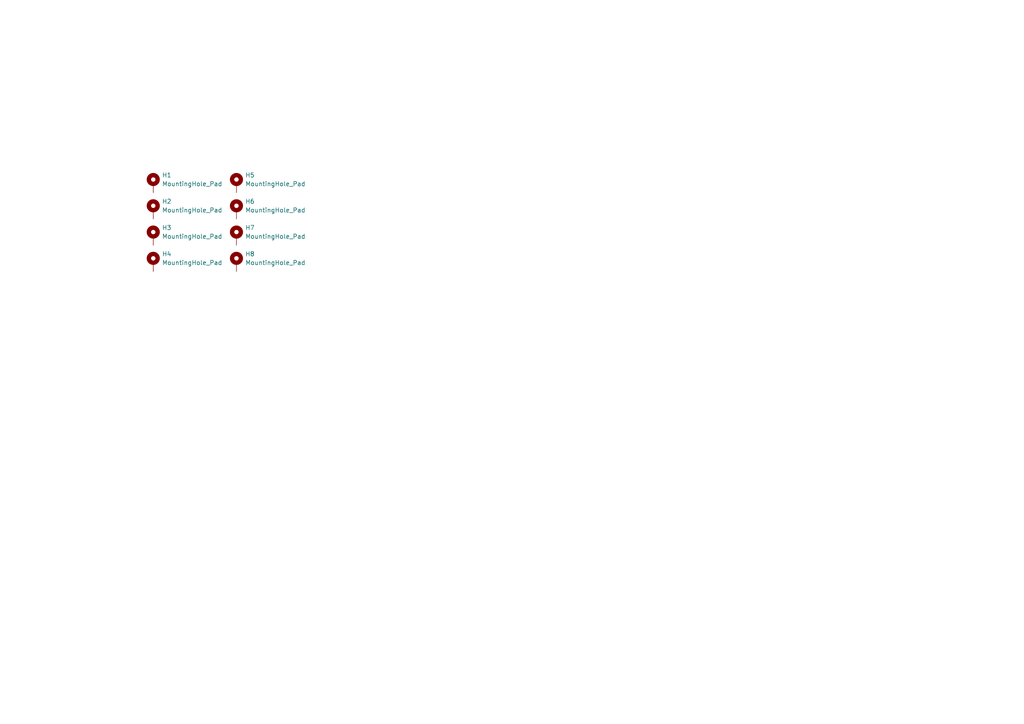
<source format=kicad_sch>
(kicad_sch (version 20211123) (generator eeschema)
  (paper "A4")
  (lib_symbols
    (symbol "Mechanical:MountingHole_Pad" (pin_numbers hide) (pin_names (offset 1.016) hide)
      (property "Reference" "H" (at 0 6.35 0))
      (property "Value" "MountingHole_Pad" (at 0 4.445 0))
      (symbol "MountingHole_Pad_0_1"
        (circle (center 0 1.27) (radius 1.27) (stroke (width 1.27)))
      )
      (symbol "MountingHole_Pad_1_1"
        (pin input line (at 0 -2.54 90) (length 2.54) (name "1") (number "1"))
      )
    )
  )
  (symbol (lib_id "Mechanical:MountingHole_Pad") (at 44.45 60.96 0) (unit 1)
    (property "Reference" "H2" (at 46.99 58.4199 0) (effects (justify left)))
    (property "Value" "MountingHole_Pad" (at 46.99 60.9599 0) (effects (justify left)))
    (property "Footprint" "MountingHole:MountingHole_3.2mm_M3_Pad_TopBottom" (effects hide))
  )
  (symbol (lib_id "Mechanical:MountingHole_Pad") (at 68.58 53.34 0) (unit 1)
    (property "Reference" "H5" (at 71.12 50.7999 0) (effects (justify left)))
    (property "Value" "MountingHole_Pad" (at 71.12 53.3399 0) (effects (justify left)))
    (property "Footprint" "MountingHole:MountingHole_3.2mm_M3_Pad_TopBottom" (effects hide))
  )
  (symbol (lib_id "Mechanical:MountingHole_Pad") (at 68.58 76.2 0) (unit 1)
    (property "Reference" "H8" (at 71.12 73.6599 0) (effects (justify left)))
    (property "Value" "MountingHole_Pad" (at 71.12 76.1999 0) (effects (justify left)))
    (property "Footprint" "MountingHole:MountingHole_3.2mm_M3_Pad_TopBottom" (effects hide))
  )
  (symbol (lib_id "Mechanical:MountingHole_Pad") (at 44.45 53.34 0) (unit 1)
    (property "Reference" "H1" (at 46.99 50.7999 0) (effects (justify left)))
    (property "Value" "MountingHole_Pad" (at 46.99 53.3399 0) (effects (justify left)))
    (property "Footprint" "MountingHole:MountingHole_3.2mm_M3_Pad_TopBottom" (effects hide))
  )
  (symbol (lib_id "Mechanical:MountingHole_Pad") (at 68.58 68.58 0) (unit 1)
    (property "Reference" "H7" (at 71.12 66.0399 0) (effects (justify left)))
    (property "Value" "MountingHole_Pad" (at 71.12 68.5799 0) (effects (justify left)))
    (property "Footprint" "MountingHole:MountingHole_3.2mm_M3_Pad_TopBottom" (effects hide))
  )
  (symbol (lib_id "Mechanical:MountingHole_Pad") (at 44.45 76.2 0) (unit 1)
    (property "Reference" "H4" (at 46.99 73.6599 0) (effects (justify left)))
    (property "Value" "MountingHole_Pad" (at 46.99 76.1999 0) (effects (justify left)))
    (property "Footprint" "MountingHole:MountingHole_3.2mm_M3_Pad_TopBottom" (effects hide))
  )
  (symbol (lib_id "Mechanical:MountingHole_Pad") (at 68.58 60.96 0) (unit 1)
    (property "Reference" "H6" (at 71.12 58.4199 0) (effects (justify left)))
    (property "Value" "MountingHole_Pad" (at 71.12 60.9599 0) (effects (justify left)))
    (property "Footprint" "MountingHole:MountingHole_3.2mm_M3_Pad_TopBottom" (effects hide))
  )
  (symbol (lib_id "Mechanical:MountingHole_Pad") (at 44.45 68.58 0) (unit 1)
    (property "Reference" "H3" (at 46.99 66.0399 0) (effects (justify left)))
    (property "Value" "MountingHole_Pad" (at 46.99 68.5799 0) (effects (justify left)))
    (property "Footprint" "MountingHole:MountingHole_3.2mm_M3_Pad_TopBottom" (effects hide))
  )
)
</source>
